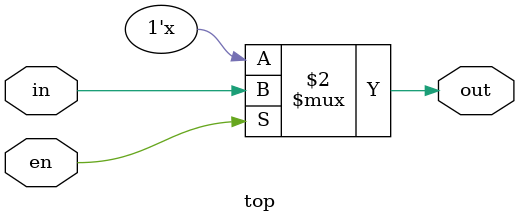
<source format=v>
module top(input en,in,
	   output reg out);

always @(en)
  begin
    if(en)
      out <= in;  // VC Lint flags here
  end
endmodule

</source>
